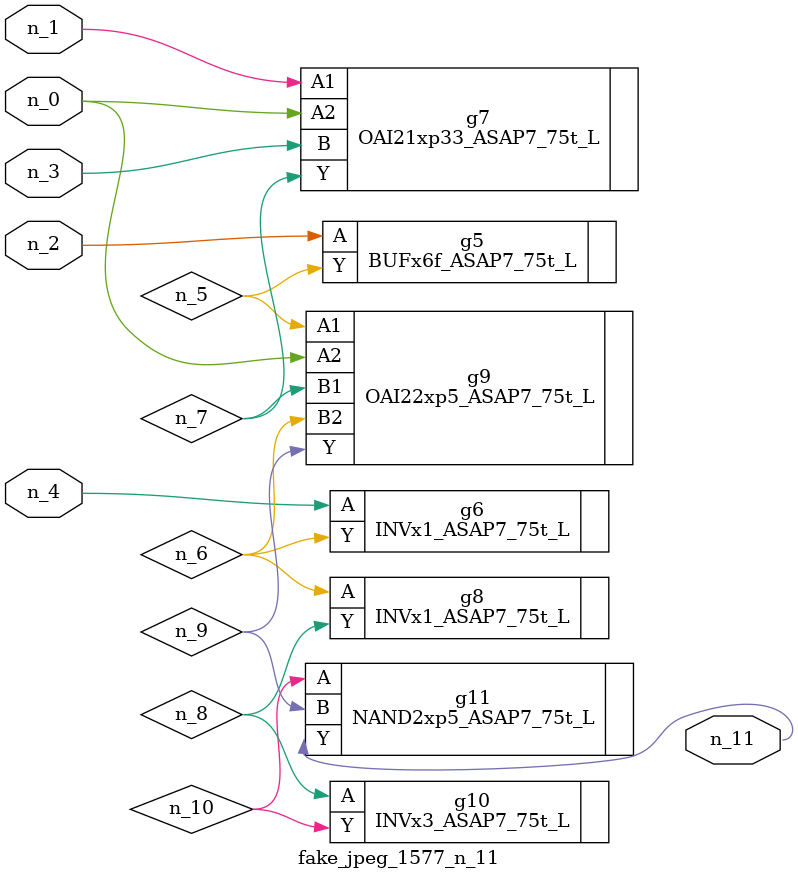
<source format=v>
module fake_jpeg_1577_n_11 (n_3, n_2, n_1, n_0, n_4, n_11);

input n_3;
input n_2;
input n_1;
input n_0;
input n_4;

output n_11;

wire n_10;
wire n_8;
wire n_9;
wire n_6;
wire n_5;
wire n_7;

BUFx6f_ASAP7_75t_L g5 ( 
.A(n_2),
.Y(n_5)
);

INVx1_ASAP7_75t_L g6 ( 
.A(n_4),
.Y(n_6)
);

OAI21xp33_ASAP7_75t_L g7 ( 
.A1(n_1),
.A2(n_0),
.B(n_3),
.Y(n_7)
);

INVx1_ASAP7_75t_L g8 ( 
.A(n_6),
.Y(n_8)
);

INVx3_ASAP7_75t_L g10 ( 
.A(n_8),
.Y(n_10)
);

OAI22xp5_ASAP7_75t_L g9 ( 
.A1(n_5),
.A2(n_0),
.B1(n_7),
.B2(n_6),
.Y(n_9)
);

NAND2xp5_ASAP7_75t_L g11 ( 
.A(n_10),
.B(n_9),
.Y(n_11)
);


endmodule
</source>
